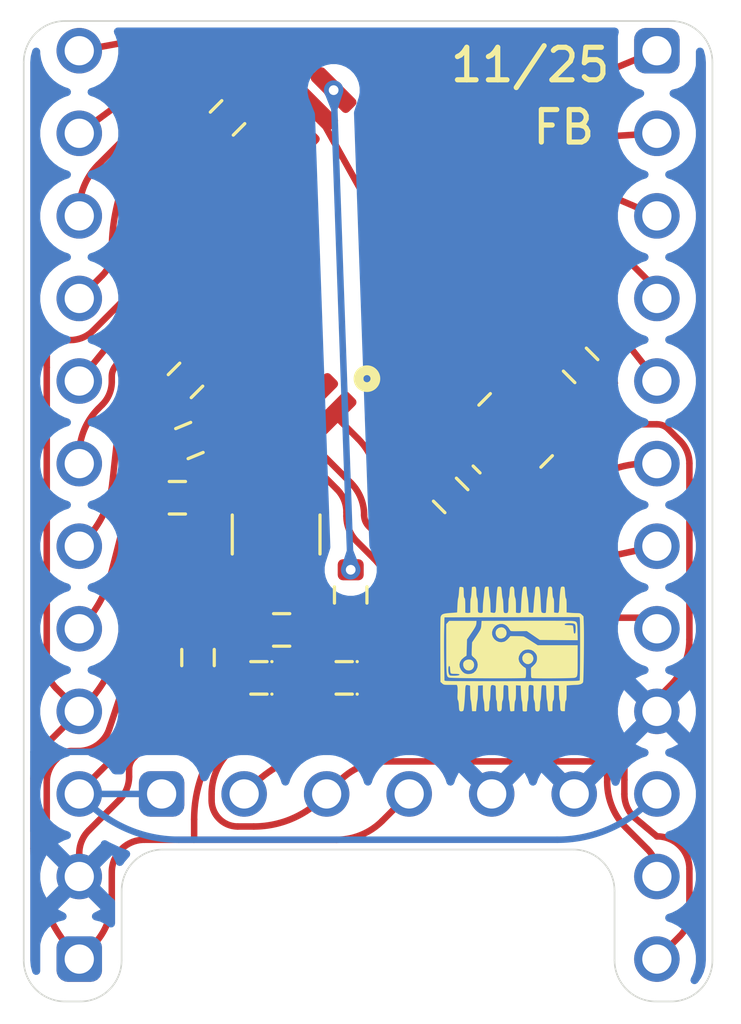
<source format=kicad_pcb>
(kicad_pcb (version 20241229) (generator "pcbnew") (generator_version "9.0")
  (layers (0 "F.Cu" signal) (2 "B.Cu" signal) (13 "F.Paste" user) (15 "B.Paste" user) (5 "F.SilkS" user "F.Silkscreen") (7 "B.SilkS" user "B.Silkscreen") (1 "F.Mask" user) (3 "B.Mask" user) (25 "Edge.Cuts" user))
  (net 0 "")
  (net 1 "GND")
  (net 2 "Net-(U1-AREF)")
  (net 3 "Net-(C4-Pad0)")
  (net 4 "RAW")
  (net 5 "Net-(D1-Pad1)")
  (net 6 "D4")
  (net 7 "D5")
  (net 8 "DTR")
  (net 9 "D8")
  (net 10 "D9")
  (net 11 "D2")
  (net 12 "D3")
  (net 13 "RXI")
  (net 14 "D7")
  (net 15 "TXO")
  (net 16 "D6")
  (net 17 "A1")
  (net 18 "A0")
  (net 19 "A2")
  (net 20 "D10")
  (net 21 "SCK")
  (net 22 "A3")
  (net 23 "MISO")
  (net 24 "MOSI")
  (net 25 "Net-(D2-Pad0)")
  (net 26 "A6")
  (net 27 "Net-(U1-XTAL2{slash}PB7)")
  (net 28 "A5")
  (net 29 "A7")
  (net 30 "A4")
  (net 31 "Net-(U1-XTAL1{slash}PB6)")
  (footprint "bootcamp_footprint:capacitor_generic_smt" (layer "F.Cu") (at 126.552082 91.738224 -45)
    (property "Reference" "C1" (hide yes))
    (property "Value" "12pF")
    (pad "1" smd roundrect (at -0.799999 0 315) (size 0.95 1) (layers "F.Cu" "F.Mask" "F.Paste") (net 27 "Net-(U1-XTAL2{slash}PB7)"))
    (pad "2" smd roundrect (at 0.799999 0 315) (size 0.95 1) (layers "F.Cu" "F.Mask" "F.Paste") (net 1 "GND"))
  )
  (footprint "bootcamp_footprint:resistor_10k_smt" (layer "F.Cu") (at 114.775 100.725 90)
    (property "Reference" "R2" (hide yes))
    (property "Value" "10K")
    (pad "1" smd roundrect (at -0.85 0 90) (size 0.9 0.8) (layers "F.Cu" "F.Mask" "F.Paste") (net 25 "Net-(D2-Pad0)"))
    (pad "2" smd roundrect (at 0.85 0 90) (size 0.9 0.8) (layers "F.Cu" "F.Mask" "F.Paste") (net 1 "GND"))
  )
  (footprint "bootcamp_footprint:connector_j6_tht" (layer "F.Cu") (at 113.655 104.92 90)
    (property "Reference" "J3" (hide yes))
    (property "Value" "~" (hide yes))
    (pad "1" thru_hole roundrect (at 0 0 180) (size 1.4 1.4) (drill 0.9) (layers "*.Cu" "*.Mask") (net 8 "DTR"))
    (pad "2" thru_hole circle (at 0 2.54 180) (size 1.4 1.4) (drill 0.9) (layers "*.Cu" "*.Mask") (net 15 "TXO"))
    (pad "3" thru_hole circle (at 0 5.08 180) (size 1.4 1.4) (drill 0.9) (layers "*.Cu" "*.Mask") (net 13 "RXI"))
    (pad "4" thru_hole circle (at 0 7.62 180) (size 1.4 1.4) (drill 0.9) (layers "*.Cu" "*.Mask") (net 4 "RAW"))
    (pad "5" thru_hole circle (at 0 10.16 180) (size 1.4 1.4) (drill 0.9) (layers "*.Cu" "*.Mask") (net 1 "GND"))
    (pad "6" thru_hole circle (at 0 12.7 180) (size 1.4 1.4) (drill 0.9) (layers "*.Cu" "*.Mask") (net 1 "GND"))
  )
  (footprint "bootcamp_footprint:resistor_330_smt" (layer "F.Cu") (at 119.475 98.8 -90)
    (property "Reference" "R1" (hide yes))
    (property "Value" "330")
    (pad "1" smd roundrect (at -0.775 0 270) (size 0.65 0.8) (layers "F.Cu" "F.Mask" "F.Paste") (net 21 "SCK"))
    (pad "2" smd roundrect (at 0.775 0 270) (size 0.65 0.8) (layers "F.Cu" "F.Mask" "F.Paste") (net 5 "Net-(D1-Pad1)"))
  )
  (footprint "bootcamp_footprint:resistor_10k_smt" (layer "F.Cu") (at 114.14 95.81)
    (property "Reference" "R3" (hide yes))
    (property "Value" "10K")
    (pad "1" smd roundrect (at -0.85 0) (size 0.9 0.8) (layers "F.Cu" "F.Mask" "F.Paste") (net 4 "RAW"))
    (pad "2" smd roundrect (at 0.85 0) (size 0.9 0.8) (layers "F.Cu" "F.Mask" "F.Paste") (net 8 "DTR"))
  )
  (footprint "bootcamp_footprint:logo" (layer "F.Cu") (at 124.5 100.5)
    (property "Reference" "11/25" (at 0.5 -18 0) (layer "F.SilkS") (effects (font (thickness 0.16))))
    (property "Value" "LOGO" (hide yes))
    (fp_text user "FB" (at 0.5 -15.5 0) (layer "F.SilkS") (effects (font (thickness 0.16)) (justify left bottom)))
  )
  (footprint "bootcamp_footprint:connector_j12_tht" (layer "F.Cu") (at 128.9 82.06)
    (property "Reference" "J1" (hide yes))
    (property "Value" "~" (hide yes))
    (pad "1" thru_hole roundrect (at 0 0 90) (size 1.4 1.4) (drill 0.9) (layers "*.Cu" "*.Mask") (net 10 "D9"))
    (pad "2" thru_hole circle (at 0 2.54 90) (size 1.4 1.4) (drill 0.9) (layers "*.Cu" "*.Mask") (net 9 "D8"))
    (pad "3" thru_hole circle (at 0 5.08 90) (size 1.4 1.4) (drill 0.9) (layers "*.Cu" "*.Mask") (net 14 "D7"))
    (pad "4" thru_hole circle (at 0 7.62 90) (size 1.4 1.4) (drill 0.9) (layers "*.Cu" "*.Mask") (net 16 "D6"))
    (pad "5" thru_hole circle (at 0 10.16 90) (size 1.4 1.4) (drill 0.9) (layers "*.Cu" "*.Mask") (net 7 "D5"))
    (pad "6" thru_hole circle (at 0 12.7 90) (size 1.4 1.4) (drill 0.9) (layers "*.Cu" "*.Mask") (net 6 "D4"))
    (pad "7" thru_hole circle (at 0 15.24 90) (size 1.4 1.4) (drill 0.9) (layers "*.Cu" "*.Mask") (net 12 "D3"))
    (pad "8" thru_hole circle (at 0 17.78 90) (size 1.4 1.4) (drill 0.9) (layers "*.Cu" "*.Mask") (net 11 "D2"))
    (pad "9" thru_hole circle (at 0 20.32 90) (size 1.4 1.4) (drill 0.9) (layers "*.Cu" "*.Mask") (net 1 "GND"))
    (pad "10" thru_hole circle (at 0 22.86 90) (size 1.4 1.4) (drill 0.9) (layers "*.Cu" "*.Mask") (net 8 "DTR"))
    (pad "11" thru_hole circle (at 0 25.4 90) (size 1.4 1.4) (drill 0.9) (layers "*.Cu" "*.Mask") (net 13 "RXI"))
    (pad "12" thru_hole circle (at 0 27.94 90) (size 1.4 1.4) (drill 0.9) (layers "*.Cu" "*.Mask") (net 15 "TXO"))
  )
  (footprint "bootcamp_footprint:oscillator_16MHz_smt" (layer "F.Cu") (at 124.552082 93.738224 45)
    (property "Reference" "Y1" (hide yes))
    (property "Value" "16MHz")
    (pad "1" smd roundrect (at -1.1 0.85 45) (size 1.4 1.2) (layers "F.Cu" "F.Mask" "F.Paste") (net 31 "Net-(U1-XTAL1{slash}PB6)"))
    (pad "2" smd roundrect (at 1.1 0.85 45) (size 1.4 1.2) (layers "F.Cu" "F.Mask" "F.Paste") (net 1 "GND"))
    (pad "3" smd roundrect (at 1.1 -0.85 45) (size 1.4 1.2) (layers "F.Cu" "F.Mask" "F.Paste") (net 27 "Net-(U1-XTAL2{slash}PB7)"))
    (pad "4" smd roundrect (at -1.1 -0.85 45) (size 1.4 1.2) (layers "F.Cu" "F.Mask" "F.Paste") (net 1 "GND"))
  )
  (footprint "bootcamp_footprint:capacitor_generic_smt" (layer "F.Cu") (at 115.684315 84.125685 -135)
    (property "Reference" "C3" (hide yes))
    (property "Value" "100nF")
    (pad "1" smd roundrect (at -0.799999 0 225) (size 0.95 1) (layers "F.Cu" "F.Mask" "F.Paste") (net 4 "RAW"))
    (pad "2" smd roundrect (at 0.799999 0 225) (size 0.95 1) (layers "F.Cu" "F.Mask" "F.Paste") (net 2 "Net-(U1-AREF)"))
  )
  (footprint "bootcamp_footprint:capacitor_generic_smt" (layer "F.Cu") (at 122.552082 95.738224 135)
    (property "Reference" "C2" (hide yes))
    (property "Value" "12pF")
    (pad "1" smd roundrect (at -0.799999 0 135) (size 0.95 1) (layers "F.Cu" "F.Mask" "F.Paste") (net 31 "Net-(U1-XTAL1{slash}PB6)"))
    (pad "2" smd roundrect (at 0.799999 0 135) (size 0.95 1) (layers "F.Cu" "F.Mask" "F.Paste") (net 1 "GND"))
  )
  (footprint "bootcamp_footprint:capacitor_generic_smt" (layer "F.Cu") (at 114.39 92.2 -135)
    (property "Reference" "C7" (hide yes))
    (property "Value" "100nF")
    (pad "1" smd roundrect (at -0.799999 0 225) (size 0.95 1) (layers "F.Cu" "F.Mask" "F.Paste") (net 1 "GND"))
    (pad "2" smd roundrect (at 0.799999 0 225) (size 0.95 1) (layers "F.Cu" "F.Mask" "F.Paste") (net 4 "RAW"))
  )
  (footprint "bootcamp_footprint:led_red_smt" (layer "F.Cu") (at 116.65 101.35 180)
    (property "Reference" "D2" (hide yes))
    (property "Value" "Red")
    (pad "1" smd roundrect (at -0.7 0 180) (size 0.7 0.8) (layers "F.Cu" "F.Mask" "F.Paste") (net 4 "RAW"))
    (pad "2" smd roundrect (at 0.7 0 180) (size 0.7 0.8) (layers "F.Cu" "F.Mask" "F.Paste") (net 25 "Net-(D2-Pad0)"))
  )
  (footprint "bootcamp_footprint:connector_j12_tht" (layer "F.Cu") (at 111.12 110 180)
    (property "Reference" "J2" (hide yes))
    (property "Value" "~" (hide yes))
    (pad "1" thru_hole roundrect (at 0 0 270) (size 1.4 1.4) (drill 0.9) (layers "*.Cu" "*.Mask") (net 4 "RAW"))
    (pad "2" thru_hole circle (at 0 2.54 270) (size 1.4 1.4) (drill 0.9) (layers "*.Cu" "*.Mask") (net 1 "GND"))
    (pad "3" thru_hole circle (at 0 5.08 270) (size 1.4 1.4) (drill 0.9) (layers "*.Cu" "*.Mask") (net 8 "DTR"))
    (pad "4" thru_hole circle (at 0 7.62 270) (size 1.4 1.4) (drill 0.9) (layers "*.Cu" "*.Mask") (net 4 "RAW"))
    (pad "5" thru_hole circle (at 0 10.16 270) (size 1.4 1.4) (drill 0.9) (layers "*.Cu" "*.Mask") (net 22 "A3"))
    (pad "6" thru_hole circle (at 0 12.7 270) (size 1.4 1.4) (drill 0.9) (layers "*.Cu" "*.Mask") (net 19 "A2"))
    (pad "7" thru_hole circle (at 0 15.24 270) (size 1.4 1.4) (drill 0.9) (layers "*.Cu" "*.Mask") (net 17 "A1"))
    (pad "8" thru_hole circle (at 0 17.78 270) (size 1.4 1.4) (drill 0.9) (layers "*.Cu" "*.Mask") (net 18 "A0"))
    (pad "9" thru_hole circle (at 0 20.32 270) (size 1.4 1.4) (drill 0.9) (layers "*.Cu" "*.Mask") (net 21 "SCK"))
    (pad "10" thru_hole circle (at 0 22.86 270) (size 1.4 1.4) (drill 0.9) (layers "*.Cu" "*.Mask") (net 23 "MISO"))
    (pad "11" thru_hole circle (at 0 25.4 270) (size 1.4 1.4) (drill 0.9) (layers "*.Cu" "*.Mask") (net 24 "MOSI"))
    (pad "12" thru_hole circle (at 0 27.94 270) (size 1.4 1.4) (drill 0.9) (layers "*.Cu" "*.Mask") (net 20 "D10"))
  )
  (footprint "bootcamp_footprint:capacitor_generic_smt" (layer "F.Cu") (at 117.35 99.875)
    (property "Reference" "C4" (hide yes))
    (property "Value" "100nF")
    (pad "1" smd roundrect (at -0.8 0) (size 0.95 1) (layers "F.Cu" "F.Mask" "F.Paste") (net 1 "GND"))
    (pad "2" smd roundrect (at 0.8 0) (size 0.95 1) (layers "F.Cu" "F.Mask" "F.Paste") (net 3 "Net-(C4-Pad0)"))
  )
  (footprint "bootcamp_footprint:capacitor_generic_smt" (layer "F.Cu") (at 114.51 94.05 -157.5)
    (property "Reference" "C6" (hide yes))
    (property "Value" "1uF")
    (pad "1" smd roundrect (at -0.8 0 202.5) (size 0.95 1) (layers "F.Cu" "F.Mask" "F.Paste") (net 1 "GND"))
    (pad "2" smd roundrect (at 0.8 0 202.5) (size 0.95 1) (layers "F.Cu" "F.Mask" "F.Paste") (net 4 "RAW"))
  )
  (footprint "bootcamp_footprint:chip_atmega328p_smt" (layer "F.Cu") (at 119.975305 88.258224 135)
    (property "Reference" "U1" (hide yes))
    (property "Value" "ATmega328P-A")
    (pad "1" smd roundrect (at -4.25 -2.8 135) (size 1.6 0.55) (layers "F.Cu" "F.Mask" "F.Paste") (net 12 "D3"))
    (pad "2" smd roundrect (at -4.25 -2 135) (size 1.6 0.55) (layers "F.Cu" "F.Mask" "F.Paste") (net 6 "D4"))
    (pad "3" smd roundrect (at -4.25 -1.2 135) (size 1.6 0.55) (layers "F.Cu" "F.Mask" "F.Paste") (net 1 "GND"))
    (pad "4" smd roundrect (at -4.25 -0.4 135) (size 1.6 0.55) (layers "F.Cu" "F.Mask" "F.Paste") (net 4 "RAW"))
    (pad "5" smd roundrect (at -4.25 0.4 135) (size 1.6 0.55) (layers "F.Cu" "F.Mask" "F.Paste"))
    (pad "6" smd roundrect (at -4.25 1.2 135) (size 1.6 0.55) (layers "F.Cu" "F.Mask" "F.Paste"))
    (pad "7" smd roundrect (at -4.25 2 135) (size 1.6 0.55) (layers "F.Cu" "F.Mask" "F.Paste") (net 31 "Net-(U1-XTAL1{slash}PB6)"))
    (pad "8" smd roundrect (at -4.25 2.8 135) (size 1.6 0.55) (layers "F.Cu" "F.Mask" "F.Paste") (net 27 "Net-(U1-XTAL2{slash}PB7)"))
    (pad "9" smd roundrect (at -2.8 4.25 225) (size 1.6 0.55) (layers "F.Cu" "F.Mask" "F.Paste") (net 7 "D5"))
    (pad "10" smd roundrect (at -2 4.25 225) (size 1.6 0.55) (layers "F.Cu" "F.Mask" "F.Paste") (net 16 "D6"))
    (pad "11" smd roundrect (at -1.2 4.25 225) (size 1.6 0.55) (layers "F.Cu" "F.Mask" "F.Paste") (net 14 "D7"))
    (pad "12" smd roundrect (at -0.4 4.25 225) (size 1.6 0.55) (layers "F.Cu" "F.Mask" "F.Paste") (net 9 "D8"))
    (pad "13" smd roundrect (at 0.4 4.25 225) (size 1.6 0.55) (layers "F.Cu" "F.Mask" "F.Paste") (net 10 "D9"))
    (pad "14" smd roundrect (at 1.2 4.25 225) (size 1.6 0.55) (layers "F.Cu" "F.Mask" "F.Paste") (net 20 "D10"))
    (pad "15" smd roundrect (at 2 4.25 225) (size 1.6 0.55) (layers "F.Cu" "F.Mask" "F.Paste") (net 24 "MOSI"))
    (pad "16" smd roundrect (at 2.8 4.25 225) (size 1.6 0.55) (layers "F.Cu" "F.Mask" "F.Paste") (net 23 "MISO"))
    (pad "17" smd roundrect (at 4.25 2.8 135) (size 1.6 0.55) (layers "F.Cu" "F.Mask" "F.Paste") (net 21 "SCK"))
    (pad "18" smd roundrect (at 4.25 2 135) (size 1.6 0.55) (layers "F.Cu" "F.Mask" "F.Paste") (net 4 "RAW"))
    (pad "19" smd roundrect (at 4.25 1.2 135) (size 1.6 0.55) (layers "F.Cu" "F.Mask" "F.Paste") (net 26 "A6"))
    (pad "20" smd roundrect (at 4.25 0.4 135) (size 1.6 0.55) (layers "F.Cu" "F.Mask" "F.Paste") (net 2 "Net-(U1-AREF)"))
    (pad "21" smd roundrect (at 4.25 -0.4 135) (size 1.6 0.55) (layers "F.Cu" "F.Mask" "F.Paste"))
    (pad "22" smd roundrect (at 4.25 -1.2 135) (size 1.6 0.55) (layers "F.Cu" "F.Mask" "F.Paste") (net 29 "A7"))
    (pad "23" smd roundrect (at 4.25 -2 135) (size 1.6 0.55) (layers "F.Cu" "F.Mask" "F.Paste") (net 18 "A0"))
    (pad "24" smd roundrect (at 4.25 -2.8 135) (size 1.6 0.55) (layers "F.Cu" "F.Mask" "F.Paste") (net 17 "A1"))
    (pad "25" smd roundrect (at 2.8 -4.25 225) (size 1.6 0.55) (layers "F.Cu" "F.Mask" "F.Paste") (net 19 "A2"))
    (pad "26" smd roundrect (at 2 -4.25 225) (size 1.6 0.55) (layers "F.Cu" "F.Mask" "F.Paste") (net 22 "A3"))
    (pad "27" smd roundrect (at 1.2 -4.25 225) (size 1.6 0.55) (layers "F.Cu" "F.Mask" "F.Paste") (net 30 "A4"))
    (pad "28" smd roundrect (at 0.4 -4.25 225) (size 1.6 0.55) (layers "F.Cu" "F.Mask" "F.Paste") (net 28 "A5"))
    (pad "29" smd roundrect (at -0.4 -4.25 225) (size 1.6 0.55) (layers "F.Cu" "F.Mask" "F.Paste") (net 8 "DTR"))
    (pad "30" smd roundrect (at -1.2 -4.25 225) (size 1.6 0.55) (layers "F.Cu" "F.Mask" "F.Paste") (net 13 "RXI"))
    (pad "31" smd roundrect (at -2 -4.25 225) (size 1.6 0.55) (layers "F.Cu" "F.Mask" "F.Paste") (net 15 "TXO"))
    (pad "32" smd roundrect (at -2.8 -4.25 225) (size 1.6 0.55) (layers "F.Cu" "F.Mask" "F.Paste") (net 11 "D2"))
  )
  (footprint "bootcamp_footprint:led_green_smt" (layer "F.Cu") (at 119.275 101.35 180)
    (property "Reference" "D1" (hide yes))
    (property "Value" "Green")
    (pad "1" smd roundrect (at -0.8 0 180) (size 0.8 0.8) (layers "F.Cu" "F.Mask" "F.Paste") (net 5 "Net-(D1-Pad1)"))
    (pad "2" smd roundrect (at 0.8 0 180) (size 0.8 0.8) (layers "F.Cu" "F.Mask" "F.Paste") (net 1 "GND"))
  )
  (footprint "bootcamp_footprint:button_push_smt" (layer "F.Cu") (at 117.18 96.94 90)
    (property "Reference" "SW1" (hide yes))
    (property "Value" "SW_Push")
    (pad "1" smd roundrect (at -1.7 0 90) (size 0.8 1.7) (layers "F.Cu" "F.Mask" "F.Paste") (net 3 "Net-(C4-Pad0)"))
    (pad "2" smd roundrect (at 1.7 0 90) (size 0.8 1.7) (layers "F.Cu" "F.Mask" "F.Paste") (net 8 "DTR"))
  )
  (gr_arc (start 110.68 111.3036) (mid 109.781974 110.931626) (end 109.41 110.0336) (stroke (width 0.05)) (layer "Edge.Cuts"))
  (gr_arc (start 129.34 81.1468) (mid 130.238026 81.518774) (end 130.61 82.4168) (stroke (width 0.05)) (layer "Edge.Cuts"))
  (gr_line (start 112.4236 107.9) (end 112.4236 110.0336) (stroke (width 0.05)) (layer "Edge.Cuts"))
  (gr_line (start 109.41 110.0336) (end 109.41 82.4168) (stroke (width 0.05)) (layer "Edge.Cuts"))
  (gr_arc (start 126.3264 106.63) (mid 127.224426 107.001974) (end 127.5964 107.9) (stroke (width 0.05)) (layer "Edge.Cuts"))
  (gr_arc (start 112.4236 110.0336) (mid 112.051626 110.931626) (end 111.1536 111.3036) (stroke (width 0.05)) (layer "Edge.Cuts"))
  (gr_arc (start 130.61 110.0336) (mid 130.238026 110.931626) (end 129.34 111.3036) (stroke (width 0.05)) (layer "Edge.Cuts"))
  (gr_arc (start 128.8664 111.3036) (mid 127.968374 110.931626) (end 127.5964 110.0336) (stroke (width 0.05)) (layer "Edge.Cuts"))
  (gr_line (start 129.34 111.3036) (end 128.8664 111.3036) (stroke (width 0.05)) (layer "Edge.Cuts"))
  (gr_arc (start 109.41 82.4168) (mid 109.781974 81.518774) (end 110.68 81.1468) (stroke (width 0.05)) (layer "Edge.Cuts"))
  (gr_line (start 126.3264 106.63) (end 113.6936 106.63) (stroke (width 0.05)) (layer "Edge.Cuts"))
  (gr_line (start 111.1536 111.3036) (end 110.68 111.3036) (stroke (width 0.05)) (layer "Edge.Cuts"))
  (gr_arc (start 112.4236 107.9) (mid 112.795574 107.001974) (end 113.6936 106.63) (stroke (width 0.05)) (layer "Edge.Cuts"))
  (gr_line (start 127.5964 110.0336) (end 127.5964 107.9) (stroke (width 0.05)) (layer "Edge.Cuts"))
  (gr_line (start 130.61 82.4168) (end 130.61 110.0336) (stroke (width 0.05)) (layer "Edge.Cuts"))
  (gr_line (start 110.68 81.1468) (end 129.34 81.1468) (stroke (width 0.05)) (layer "Edge.Cuts"))
  (segment (start 129.901 94.753729) (end 129.901 100.170573) (width 0.2) (layer "F.Cu") (net 1))
  (segment (start 123.858873 96.907722) (end 125.299598 95.466997) (width 0.2) (layer "F.Cu") (net 1))
  (segment (start 111.12 107.46) (end 110.411893 106.751893) (width 0.2) (layer "F.Cu") (net 1))
  (segment (start 110.877107 103.6) (end 111.095554 103.6) (width 0.2) (layer "F.Cu") (net 1))
  (segment (start 112.800447 103.806653) (end 113.781107 102.825993) (width 0.2) (layer "F.Cu") (net 1))
  (segment (start 129.252075 93.696447) (end 129.612248 94.05662) (width 0.2) (layer "F.Cu") (net 1))
  (segment (start 111.12 107.46) (end 111.12 106.749842) (width 0.2) (layer "F.Cu") (net 1))
  (segment (start 121.986397 95.172539) (end 121.986397 95.827897) (width 0.2) (layer "F.Cu") (net 1))
  (segment (start 128.9 102.207107) (end 128.9 102.38) (width 0.2) (layer "F.Cu") (net 1))
  (segment (start 123.088794 97.200615) (end 123.151766 97.200615) (width 0.2) (layer "F.Cu") (net 1))
  (segment (start 110.119 106.044786) (end 110.119 104.565214) (width 0.2) (layer "F.Cu") (net 1))
  (segment (start 112.043857 102.917365) (end 114.173303 96.554472) (width 0.2) (layer "F.Cu") (net 1))
  (segment (start 114.955685 93.402865) (end 115.16282 93.61) (width 0.2) (layer "F.Cu") (net 1))
  (segment (start 110.411893 103.858107) (end 110.523554 103.746446) (width 0.2) (layer "F.Cu") (net 1))
  (segment (start 114.775 99.875) (end 116.55 99.875) (width 0.2) (layer "F.Cu") (net 1))
  (segment (start 123.173224 93.985712) (end 121.986397 95.172539) (width 0.2) (layer "F.Cu") (net 1))
  (segment (start 114.074 102.118886) (end 114.074 100.990214) (width 0.2) (layer "F.Cu") (net 1))
  (segment (start 125.942387 93.55) (end 128.898521 93.55) (width 0.2) (layer "F.Cu") (net 1))
  (segment (start 125.93094 93.561447) (end 125.942387 93.55) (width 0.2) (layer "F.Cu") (net 1))
  (segment (start 118.475 101.35) (end 118.409072 101.218144) (width 0.2) (layer "F.Cu") (net 1))
  (segment (start 115.249104 93.743853) (end 114.372933 95.170124) (width 0.2) (layer "F.Cu") (net 1))
  (segment (start 122.323989 96.642917) (end 122.735241 97.054169) (width 0.2) (layer "F.Cu") (net 1))
  (segment (start 123.173224 93.915001) (end 122.131981 92.111956) (width 0.2) (layer "F.Cu") (net 1))
  (segment (start 114.366893 100.283107) (end 114.775 99.875) (width 0.2) (layer "F.Cu") (net 1))
  (segment (start 112.654 104.387414) (end 112.654 104.160207) (width 0.2) (layer "F.Cu") (net 1))
  (segment (start 116.567842 99.893891) (end 116.55 99.875) (width 0.2) (layer "F.Cu") (net 1))
  (segment (start 125.93094 93.490736) (end 127.117767 92.303909) (width 0.2) (layer "F.Cu") (net 1))
  (segment (start 125.5 94.438168) (end 125.5 94.406601) (width 0.2) (layer "F.Cu") (net 1))
  (segment (start 125.792893 93.699494) (end 125.93094 93.561447) (width 0.2) (layer "F.Cu") (net 1))
  (segment (start 125.93094 93.561447) (end 125.93094 93.490736) (width 0.2) (layer "F.Cu") (net 1))
  (segment (start 115.249104 93.743853) (end 115.249103 93.743853) (width 0.2) (layer "F.Cu") (net 1))
  (segment (start 125.5 94.438168) (end 125.500009 94.983152) (width 0.2) (layer "F.Cu") (net 1))
  (segment (start 114.225 95.693557) (end 114.225 96.237107) (width 0.2) (layer "F.Cu") (net 1))
  (segment (start 114.955685 91.634315) (end 115.249104 93.743853) (width 0.2) (layer "F.Cu") (net 1))
  (segment (start 117.925753 100.753771) (end 117.515558 100.568781) (width 0.2) (layer "F.Cu") (net 1))
  (segment (start 111.412893 106.042735) (end 112.361107 105.094521) (width 0.2) (layer "F.Cu") (net 1))
  (segment (start 129.315213 101.584787) (end 129.046446 101.853554) (width 0.2) (layer "F.Cu") (net 1))
  (arc (start 128.9 102.207107) (mid 128.93806 102.015766) (end 129.046446 101.853554) (width 0.2) (layer "F.Cu") (net 1))
  (arc (start 117.515558 100.568781) (mid 117.008669 100.277719) (end 116.567842 99.893891) (width 0.2) (layer "F.Cu") (net 1))
  (arc (start 114.173303 96.554472) (mid 114.211991 96.397881) (end 114.225 96.237107) (width 0.2) (layer "F.Cu") (net 1))
  (arc (start 112.800447 103.806653) (mid 112.69206 103.968865) (end 112.654 104.160207) (width 0.2) (layer "F.Cu") (net 1))
  (arc (start 110.877107 103.6) (mid 110.685766 103.63806) (end 110.523554 103.746446) (width 0.2) (layer "F.Cu") (net 1))
  (arc (start 123.088794 97.200615) (mid 122.897453 97.162555) (end 122.735241 97.054169) (width 0.2) (layer "F.Cu") (net 1))
  (arc (start 111.412893 106.042735) (mid 111.19612 106.367158) (end 111.12 106.749842) (width 0.2) (layer "F.Cu") (net 1))
  (arc (start 112.361107 105.094521) (mid 112.57788 104.770098) (end 112.654 104.387414) (width 0.2) (layer "F.Cu") (net 1))
  (arc (start 125.500009 94.983152) (mid 125.447926 95.245007) (end 125.299598 95.466997) (width 0.2) (layer "F.Cu") (net 1))
  (arc (start 118.409072 101.218144) (mid 118.207477 100.944258) (end 117.925753 100.753771) (width 0.2) (layer "F.Cu") (net 1))
  (arc (start 123.858873 96.907722) (mid 123.53445 97.124495) (end 123.151766 97.200615) (width 0.2) (layer "F.Cu") (net 1))
  (arc (start 110.411893 106.751893) (mid 110.19512 106.42747) (end 110.119 106.044786) (width 0.2) (layer "F.Cu") (net 1))
  (arc (start 112.043857 102.917365) (mid 111.679778 103.411592) (end 111.095554 103.6) (width 0.2) (layer "F.Cu") (net 1))
  (arc (start 114.074 100.990214) (mid 114.15012 100.607531) (end 114.366893 100.283107) (width 0.2) (layer "F.Cu") (net 1))
  (arc (start 125.792893 93.699494) (mid 125.57612 94.023917) (end 125.5 94.406601) (width 0.2) (layer "F.Cu") (net 1))
  (arc (start 129.901 100.170573) (mid 129.748759 100.93594) (end 129.315213 101.584787) (width 0.2) (layer "F.Cu") (net 1))
  (arc (start 129.252075 93.696447) (mid 129.089863 93.58806) (end 128.898521 93.55) (width 0.2) (layer "F.Cu") (net 1))
  (arc (start 129.901 94.753729) (mid 129.825956 94.376456) (end 129.612248 94.05662) (width 0.2) (layer "F.Cu") (net 1))
  (arc (start 114.074 102.118886) (mid 113.99788 102.501569) (end 113.781107 102.825993) (width 0.2) (layer "F.Cu") (net 1))
  (arc (start 114.372933 95.170124) (mid 114.262694 95.421589) (end 114.225 95.693557) (width 0.2) (layer "F.Cu") (net 1))
  (arc (start 110.119 104.565214) (mid 110.19512 104.182531) (end 110.411893 103.858107) (width 0.2) (layer "F.Cu") (net 1))
  (arc (start 122.323989 96.642917) (mid 122.074134 96.268983) (end 121.986397 95.827897) (width 0.2) (layer "F.Cu") (net 1))
  (segment (start 109.711 106.061) (end 109.711 103.625) (width 0.2) (layer "B.Cu") (net 1))
  (segment (start 110.119 106.459) (end 110.109 106.459) (width 0.2) (layer "B.Cu") (net 1))
  (segment (start 111.12 107.46) (end 110.119 106.459) (width 0.2) (layer "B.Cu") (net 1))
  (segment (start 110.109 106.459) (end 109.711 106.061) (width 0.2) (layer "B.Cu") (net 1))
  (segment (start 109.711 103.625) (end 127.655 103.625) (width 0.2) (layer "B.Cu") (net 1))
  (segment (start 127.655 103.625) (end 128.9 102.38) (width 0.2) (layer "B.Cu") (net 1))
  (segment (start 116.811751 84.528984) (end 117.252944 84.970177) (width 0.2) (layer "F.Cu") (net 2))
  (segment (start 115.11863 84.69137) (end 115.281016 84.528984) (width 0.2) (layer "F.Cu") (net 2))
  (segment (start 115.281016 84.528984) (end 116.811751 84.528984) (width 0.2) (layer "F.Cu") (net 2))
  (segment (start 118.15 99.875) (end 117.18 98.64) (width 0.2) (layer "F.Cu") (net 3))
  (segment (start 116.742819 98.640001) (end 117.18 98.640001) (width 0.2) (layer "F.Cu") (net 3))
  (segment (start 111.12 102.38) (end 111.286399 102.213601) (width 0.2) (layer "F.Cu") (net 4))
  (segment (start 118.384315 83.838807) (end 122.697666 91.546271) (width 0.2) (layer "F.Cu") (net 4))
  (segment (start 116.25 83.56) (end 116.002136 83.504231) (width 0.2) (layer "F.Cu") (net 4))
  (segment (start 111.12 102.38) (end 110.181517 103.318483) (width 0.2) (layer "F.Cu") (net 4))
  (segment (start 111.12 110) (end 111.535214 109.584786) (width 0.2) (layer "F.Cu") (net 4))
  (segment (start 114.246115 84.465803) (end 112.596464 89.46784) (width 0.2) (layer "F.Cu") (net 4))
  (segment (start 117.626338 83.397613) (end 117.628725 83.4) (width 0.2) (layer "F.Cu") (net 4))
  (segment (start 115.328437 83.588934) (end 114.741614 83.888099) (width 0.2) (layer "F.Cu") (net 4))
  (segment (start 117.628725 83.4) (end 117.945508 83.4) (width 0.2) (layer "F.Cu") (net 4))
  (segment (start 110.119 91.805372) (end 110.119 100.964786) (width 0.2) (layer "F.Cu") (net 4))
  (segment (start 110.841414 90.96) (end 110.62 90.96) (width 0.2) (layer "F.Cu") (net 4))
  (segment (start 117.266071 83.4) (end 117.268458 83.397613) (width 0.2) (layer "F.Cu") (net 4))
  (segment (start 116.25 83.56) (end 116.41 83.4) (width 0.2) (layer "F.Cu") (net 4))
  (segment (start 117.945508 83.4) (end 118.384315 83.838807) (width 0.2) (layer "F.Cu") (net 4))
  (segment (start 110.411893 101.671893) (end 111.12 102.38) (width 0.2) (layer "F.Cu") (net 4))
  (segment (start 117.35 101.35) (end 115.827573 102.872427) (width 0.2) (layer "F.Cu") (net 4))
  (segment (start 113.770896 94.356147) (end 113.770897 94.356147) (width 0.2) (layer "F.Cu") (net 4))
  (segment (start 113.121 106.33) (end 114.65 106.33) (width 0.2) (layer "F.Cu") (net 4))
  (segment (start 117.268458 83.397613) (end 117.626338 83.397613) (width 0.2) (layer "F.Cu") (net 4))
  (segment (start 120.450787 105.744213) (end 121.275 104.92) (width 0.2) (layer "F.Cu") (net 4))
  (segment (start 112.353884 89.861744) (end 111.548521 90.667107) (width 0.2) (layer "F.Cu") (net 4))
  (segment (start 110.12 91.46) (end 110.12 91.804372) (width 0.2) (layer "F.Cu") (net 4))
  (segment (start 110.12 91.804372) (end 110.119 91.805372) (width 0.2) (layer "F.Cu") (net 4))
  (segment (start 116.41 83.4) (end 117.266071 83.4) (width 0.2) (layer "F.Cu") (net 4))
  (segment (start 113.770897 94.356147) (end 113.824315 92.765685) (width 0.2) (layer "F.Cu") (net 4))
  (segment (start 112.373659 100.202116) (end 113.29 95.81) (width 0.2) (layer "F.Cu") (net 4))
  (segment (start 113.29 95.81) (end 113.770896 94.356147) (width 0.2) (layer "F.Cu") (net 4))
  (segment (start 114.65 106.33) (end 119.036573 106.33) (width 0.2) (layer "F.Cu") (net 4))
  (segment (start 114.656 105.700854) (end 114.656 106.324) (width 0.2) (layer "F.Cu") (net 4))
  (segment (start 112.121 108.170573) (end 112.121 107.33) (width 0.2) (layer "F.Cu") (net 4))
  (segment (start 109.711 104.454412) (end 109.711 106.598435) (width 0.2) (layer "F.Cu") (net 4))
  (arc (start 112.373659 100.202116) (mid 111.976819 101.287202) (end 111.286399 102.213601) (width 0.2) (layer "F.Cu") (net 4))
  (arc (start 112.121 107.33) (mid 112.413893 106.622893) (end 113.121 106.33) (width 0.2) (layer "F.Cu") (net 4))
  (arc (start 110.411893 101.671893) (mid 110.19512 101.34747) (end 110.119 100.964786) (width 0.2) (layer "F.Cu") (net 4))
  (arc (start 111.535214 109.584786) (mid 111.968759 108.93594) (end 112.121 108.170573) (width 0.2) (layer "F.Cu") (net 4))
  (arc (start 114.246115 84.465803) (mid 114.436755 84.127968) (end 114.741614 83.888099) (width 0.2) (layer "F.Cu") (net 4))
  (arc (start 120.450787 105.744213) (mid 119.80194 106.177759) (end 119.036573 106.33) (width 0.2) (layer "F.Cu") (net 4))
  (arc (start 110.841414 90.96) (mid 111.224097 90.88388) (end 111.548521 90.667107) (width 0.2) (layer "F.Cu") (net 4))
  (arc (start 114.656 105.700854) (mid 114.960482 104.17012) (end 115.827573 102.872427) (width 0.2) (layer "F.Cu") (net 4))
  (arc (start 110.12 91.46) (mid 110.266447 91.106447) (end 110.62 90.96) (width 0.2) (layer "F.Cu") (net 4))
  (arc (start 110.181517 103.318483) (mid 109.833283 103.839652) (end 109.711 104.454412) (width 0.2) (layer "F.Cu") (net 4))
  (arc (start 112.596464 89.46784) (mid 112.498265 89.679012) (end 112.353884 89.861744) (width 0.2) (layer "F.Cu") (net 4))
  (arc (start 115.328437 83.588934) (mid 115.657877 83.487652) (end 116.002136 83.504231) (width 0.2) (layer "F.Cu") (net 4))
  (arc (start 111.12 110) (mid 110.077176 108.439325) (end 109.711 106.598435) (width 0.2) (layer "F.Cu") (net 4))
  (segment (start 119.525 99.625) (end 119.475 99.575) (width 0.2) (layer "F.Cu") (net 5))
  (segment (start 119.475 99.575) (end 120.075 101.35) (width 0.2) (layer "F.Cu") (net 5))
  (segment (start 122.816531 97.601615) (end 122.816978 97.601168) (width 0.2) (layer "F.Cu") (net 6))
  (segment (start 122.816978 97.601168) (end 123.696095 97.601168) (width 0.2) (layer "F.Cu") (net 6))
  (segment (start 121.585397 96.318539) (end 121.585397 96.388582) (width 0.2) (layer "F.Cu") (net 6))
  (segment (start 121.14827 95.467198) (end 121.292504 95.611432) (width 0.2) (layer "F.Cu") (net 6))
  (segment (start 125.022635 97.052365) (end 126.436321 95.638679) (width 0.2) (layer "F.Cu") (net 6))
  (segment (start 121.089691 95.224523) (end 121.089691 95.325776) (width 0.2) (layer "F.Cu") (net 6))
  (segment (start 122.075833 93.601393) (end 122.075833 93.61706) (width 0.2) (layer "F.Cu") (net 6))
  (segment (start 122.79843 97.601615) (end 122.816531 97.601615) (width 0.2) (layer "F.Cu") (net 6))
  (segment (start 121.643976 96.530004) (end 122.657009 97.543037) (width 0.2) (layer "F.Cu") (net 6))
  (segment (start 123.696095 97.601168) (end 123.696557 97.60163) (width 0.2) (layer "F.Cu") (net 6))
  (segment (start 128.557641 94.76) (end 128.9 94.76) (width 0.2) (layer "F.Cu") (net 6))
  (segment (start 121.929386 93.970614) (end 121.382584 94.517416) (width 0.2) (layer "F.Cu") (net 6))
  (segment (start 121.566295 92.677641) (end 121.78294 92.894286) (width 0.2) (layer "F.Cu") (net 6))
  (arc (start 121.78294 92.894286) (mid 121.999713 93.21871) (end 122.075833 93.601393) (width 0.2) (layer "F.Cu") (net 6))
  (arc (start 121.382584 94.517416) (mid 121.165811 94.84184) (end 121.089691 95.224523) (width 0.2) (layer "F.Cu") (net 6))
  (arc (start 121.585397 96.388582) (mid 121.600621 96.465119) (end 121.643976 96.530004) (width 0.2) (layer "F.Cu") (net 6))
  (arc (start 121.292504 95.611432) (mid 121.509277 95.935856) (end 121.585397 96.318539) (width 0.2) (layer "F.Cu") (net 6))
  (arc (start 126.436321 95.638679) (mid 127.409591 94.988361) (end 128.557641 94.76) (width 0.2) (layer "F.Cu") (net 6))
  (arc (start 121.089691 95.325776) (mid 121.104915 95.402313) (end 121.14827 95.467198) (width 0.2) (layer "F.Cu") (net 6))
  (arc (start 122.075833 93.61706) (mid 122.037773 93.808402) (end 121.929386 93.970614) (width 0.2) (layer "F.Cu") (net 6))
  (arc (start 123.696557 97.60163) (mid 124.414225 97.458888) (end 125.022635 97.052365) (width 0.2) (layer "F.Cu") (net 6))
  (arc (start 122.657009 97.543037) (mid 122.721894 97.586391) (end 122.79843 97.601615) (width 0.2) (layer "F.Cu") (net 6))
  (segment (start 124.960408 87.232919) (end 128.9 92.22) (width 0.2) (layer "F.Cu") (net 7))
  (segment (start 116.8 91.999215) (end 116.8 94.86) (width 0.2) (layer "F.Cu") (net 8))
  (segment (start 114.47868 98.92132) (end 114.697107 98.702893) (width 0.2) (layer "F.Cu") (net 8))
  (segment (start 117.252944 91.546271) (end 116.8 91.999215) (width 0.2) (layer "F.Cu") (net 8))
  (segment (start 113.6 101.139861) (end 113.6 101.042641) (width 0.2) (layer "F.Cu") (net 8))
  (segment (start 111.12 104.862502) (end 112.721321 103.261181) (width 0.2) (layer "F.Cu") (net 8))
  (segment (start 114.99 97.995786) (end 114.99 95.81) (width 0.2) (layer "F.Cu") (net 8))
  (segment (start 111.12 104.92) (end 111.12 104.862502) (width 0.2) (layer "F.Cu") (net 8))
  (segment (start 116.8 94.86) (end 117.18 95.24) (width 0.2) (layer "F.Cu") (net 8))
  (segment (start 117.18 95.24) (end 114.99 95.81) (width 0.2) (layer "F.Cu") (net 8))
  (arc (start 114.47868 98.92132) (mid 113.828361 99.89459) (end 113.6 101.042641) (width 0.2) (layer "F.Cu") (net 8))
  (arc (start 113.6 101.139861) (mid 113.371639 102.287911) (end 112.721321 103.261181) (width 0.2) (layer "F.Cu") (net 8))
  (arc (start 114.697107 98.702893) (mid 114.91388 98.37847) (end 114.99 97.995786) (width 0.2) (layer "F.Cu") (net 8))
  (segment (start 125.834146 106.329) (end 114.185854 106.329) (width 0.2) (layer "B.Cu") (net 8))
  (segment (start 111.357427 105.157427) (end 111.12 104.92) (width 0.2) (layer "B.Cu") (net 8))
  (segment (start 111.12 104.92) (end 113.655 104.92) (width 0.2) (layer "B.Cu") (net 8))
  (segment (start 128.9 104.92) (end 128.662573 105.157427) (width 0.2) (layer "B.Cu") (net 8))
  (arc (start 114.185854 106.329) (mid 112.65512 106.024518) (end 111.357427 105.157427) (width 0.2) (layer "B.Cu") (net 8))
  (arc (start 128.662573 105.157427) (mid 127.36488 106.024518) (end 125.834146 106.329) (width 0.2) (layer "B.Cu") (net 8))
  (segment (start 128.9 84.6) (end 124.225563 84.899348) (width 0.2) (layer "F.Cu") (net 9))
  (segment (start 123.553332 85.220473) (end 123.263352 85.535863) (width 0.2) (layer "F.Cu") (net 9))
  (arc (start 123.553332 85.220473) (mid 123.858427 84.994973) (end 124.225563 84.899348) (width 0.2) (layer "F.Cu") (net 9))
  (segment (start 128.9 82.06) (end 123.8148 84.175443) (width 0.2) (layer "F.Cu") (net 10))
  (segment (start 122.859024 84.81082) (end 122.697666 84.970177) (width 0.2) (layer "F.Cu") (net 10))
  (arc (start 122.859024 84.81082) (mid 123.306245 84.447) (end 123.8148 84.175443) (width 0.2) (layer "F.Cu") (net 10))
  (segment (start 118.95 93.243327) (end 119.701905 93.995232) (width 0.2) (layer "F.Cu") (net 11))
  (segment (start 120.873478 96.948478) (end 122.839214 98.914214) (width 0.2) (layer "F.Cu") (net 11))
  (segment (start 120.287691 95.409445) (end 120.287691 95.534264) (width 0.2) (layer "F.Cu") (net 11))
  (segment (start 128.56 99.5) (end 128.9 99.84) (width 0.2) (layer "F.Cu") (net 11))
  (segment (start 124.253427 99.5) (end 128.56 99.5) (width 0.2) (layer "F.Cu") (net 11))
  (arc (start 122.839214 98.914214) (mid 123.48806 99.347759) (end 124.253427 99.5) (width 0.2) (layer "F.Cu") (net 11))
  (arc (start 120.873478 96.948478) (mid 120.439932 96.299631) (end 120.287691 95.534264) (width 0.2) (layer "F.Cu") (net 11))
  (arc (start 120.287691 95.409445) (mid 120.13545 94.644078) (end 119.701905 93.995232) (width 0.2) (layer "F.Cu") (net 11))
  (segment (start 121.274478 96.727606) (end 122.361086 97.814214) (width 0.2) (layer "F.Cu") (net 12))
  (segment (start 121.00061 93.243327) (end 120.981584 93.262353) (width 0.2) (layer "F.Cu") (net 12))
  (segment (start 123.775299 98.4) (end 128.9 97.3) (width 0.2) (layer "F.Cu") (net 12))
  (segment (start 120.688691 93.96946) (end 120.688691 95.313392) (width 0.2) (layer "F.Cu") (net 12))
  (arc (start 122.361086 97.814214) (mid 123.009932 98.247759) (end 123.775299 98.4) (width 0.2) (layer "F.Cu") (net 12))
  (arc (start 120.688691 95.313392) (mid 120.840932 96.078759) (end 121.274478 96.727606) (width 0.2) (layer "F.Cu") (net 12))
  (arc (start 120.688691 93.96946) (mid 120.764811 93.586777) (end 120.981584 93.262353) (width 0.2) (layer "F.Cu") (net 12))
  (segment (start 128.9 107.324214) (end 128.9 107.46) (width 0.2) (layer "F.Cu") (net 13))
  (segment (start 117.818629 92.111956) (end 117.670329 92.260256) (width 0.2) (layer "F.Cu") (net 13))
  (segment (start 127.955787 105.965787) (end 128.607107 106.617107) (width 0.2) (layer "F.Cu") (net 13))
  (segment (start 115.997998 105.921) (end 116.491359 105.921) (width 0.2) (layer "F.Cu") (net 13))
  (segment (start 117.377436 92.967363) (end 117.377436 93.044945) (width 0.2) (layer "F.Cu") (net 13))
  (segment (start 119.669672 97.159682) (end 120.190214 97.680224) (width 0.2) (layer "F.Cu") (net 13))
  (segment (start 119.343758 96.253908) (end 119.343758 96.372856) (width 0.2) (layer "F.Cu") (net 13))
  (segment (start 117.963223 94.459159) (end 119.050865 95.546801) (width 0.2) (layer "F.Cu") (net 13))
  (segment (start 119.181438 103.117) (end 117.001556 103.117) (width 0.2) (layer "F.Cu") (net 13))
  (segment (start 118.735 104.92) (end 119.150214 104.504786) (width 0.2) (layer "F.Cu") (net 13))
  (segment (start 120.564427 103.919) (end 126.87 103.919) (width 0.2) (layer "F.Cu") (net 13))
  (segment (start 115.194 105.117) (end 115.194 104.924556) (width 0.2) (layer "F.Cu") (net 13))
  (segment (start 127.37 104.419) (end 127.37 104.551573) (width 0.2) (layer "F.Cu") (net 13))
  (segment (start 118.61268 105.04232) (end 118.735 104.92) (width 0.2) (layer "F.Cu") (net 13))
  (segment (start 120.776 99.094437) (end 120.776 101.522438) (width 0.2) (layer "F.Cu") (net 13))
  (arc (start 126.87 103.919) (mid 127.223553 104.065447) (end 127.37 104.419) (width 0.2) (layer "F.Cu") (net 13))
  (arc (start 118.61268 105.04232) (mid 117.63941 105.692639) (end 116.491359 105.921) (width 0.2) (layer "F.Cu") (net 13))
  (arc (start 127.955787 105.965787) (mid 127.522241 105.31694) (end 127.37 104.551573) (width 0.2) (layer "F.Cu") (net 13))
  (arc (start 117.963223 94.459159) (mid 117.529677 93.810312) (end 117.377436 93.044945) (width 0.2) (layer "F.Cu") (net 13))
  (arc (start 119.150214 104.504786) (mid 119.79906 104.071241) (end 120.564427 103.919) (width 0.2) (layer "F.Cu") (net 13))
  (arc (start 120.190214 97.680224) (mid 120.623759 98.32907) (end 120.776 99.094437) (width 0.2) (layer "F.Cu") (net 13))
  (arc (start 119.669672 97.159682) (mid 119.42846 96.798683) (end 119.343758 96.372856) (width 0.2) (layer "F.Cu") (net 13))
  (arc (start 115.997998 105.921) (mid 115.429486 105.685514) (end 115.194 105.117) (width 0.2) (layer "F.Cu") (net 13))
  (arc (start 117.001556 103.117) (mid 115.723421 103.646421) (end 115.194 104.924556) (width 0.2) (layer "F.Cu") (net 13))
  (arc (start 128.9 107.324214) (mid 128.82388 106.941531) (end 128.607107 106.617107) (width 0.2) (layer "F.Cu") (net 13))
  (arc (start 117.377436 92.967363) (mid 117.453556 92.58468) (end 117.670329 92.260256) (width 0.2) (layer "F.Cu") (net 13))
  (arc (start 119.181438 103.117) (mid 120.308964 102.649964) (end 120.776 101.522438) (width 0.2) (layer "F.Cu") (net 13))
  (arc (start 119.343758 96.253908) (mid 119.267638 95.871225) (end 119.050865 95.546801) (width 0.2) (layer "F.Cu") (net 13))
  (segment (start 124.27023 85.660355) (end 123.829037 86.101548) (width 0.2) (layer "F.Cu") (net 14))
  (segment (start 128.9 87.14) (end 125.942237 85.871808) (width 0.2) (layer "F.Cu") (net 14))
  (segment (start 124.499657 85.640368) (end 124.27023 85.660355) (width 0.2) (layer "F.Cu") (net 14))
  (arc (start 125.942237 85.871808) (mid 125.235251 85.666927) (end 124.499657 85.640368) (width 0.2) (layer "F.Cu") (net 14))
  (segment (start 118.384315 92.677641) (end 118.236014 92.825942) (width 0.2) (layer "F.Cu") (net 15))
  (segment (start 128.191893 105.631893) (end 128.9 106.225) (width 0.2) (layer "F.Cu") (net 15))
  (segment (start 127.9 104.057107) (end 127.9 104.480272) (width 0.2) (layer "F.Cu") (net 15))
  (segment (start 129.901 107.225) (end 129.901 108.584786) (width 0.2) (layer "F.Cu") (net 15))
  (segment (start 127.9 104.480272) (end 127.899 104.481272) (width 0.2) (layer "F.Cu") (net 15))
  (segment (start 119.253854 103.518) (end 126.862415 103.518) (width 0.2) (layer "F.Cu") (net 15))
  (segment (start 126.862415 103.518) (end 127.360893 103.518) (width 0.2) (layer "F.Cu") (net 15))
  (segment (start 116.195 104.92) (end 116.425427 104.689573) (width 0.2) (layer "F.Cu") (net 15))
  (segment (start 118.089568 93.962468) (end 119.480875 95.353775) (width 0.2) (layer "F.Cu") (net 15))
  (segment (start 127.714447 103.664447) (end 127.753554 103.703554) (width 0.2) (layer "F.Cu") (net 15))
  (segment (start 129.608107 109.291893) (end 128.9 110) (width 0.2) (layer "F.Cu") (net 15))
  (segment (start 120.034323 96.689908) (end 126.862415 103.518) (width 0.2) (layer "F.Cu") (net 15))
  (segment (start 128.9 106.225) (end 128.901 106.225) (width 0.2) (layer "F.Cu") (net 15))
  (segment (start 127.899 104.481272) (end 127.899 104.924786) (width 0.2) (layer "F.Cu") (net 15))
  (segment (start 117.943121 93.533049) (end 117.943121 93.608914) (width 0.2) (layer "F.Cu") (net 15))
  (arc (start 128.901 106.225) (mid 129.608107 106.517893) (end 129.901 107.225) (width 0.2) (layer "F.Cu") (net 15))
  (arc (start 119.887876 96.336354) (mid 119.925936 96.527696) (end 120.034323 96.689908) (width 0.2) (layer "F.Cu") (net 15))
  (arc (start 127.360893 103.518) (mid 127.552235 103.55606) (end 127.714447 103.664447) (width 0.2) (layer "F.Cu") (net 15))
  (arc (start 117.943121 93.608914) (mid 117.981181 93.800256) (end 118.089568 93.962468) (width 0.2) (layer "F.Cu") (net 15))
  (arc (start 119.887876 96.336354) (mid 119.7821 95.804591) (end 119.480875 95.353775) (width 0.2) (layer "F.Cu") (net 15))
  (arc (start 127.899 104.924786) (mid 127.97512 105.307469) (end 128.191893 105.631893) (width 0.2) (layer "F.Cu") (net 15))
  (arc (start 118.236014 92.825942) (mid 118.019241 93.150365) (end 117.943121 93.533049) (width 0.2) (layer "F.Cu") (net 15))
  (arc (start 127.753554 103.703554) (mid 127.86194 103.865766) (end 127.9 104.057107) (width 0.2) (layer "F.Cu") (net 15))
  (arc (start 116.425427 104.689573) (mid 117.72312 103.822482) (end 119.253854 103.518) (width 0.2) (layer "F.Cu") (net 15))
  (arc (start 129.901 108.584786) (mid 129.82488 108.967469) (end 129.608107 109.291893) (width 0.2) (layer "F.Cu") (net 15))
  (segment (start 128.9 89.4) (end 128.9 89.61) (width 0.2) (layer "F.Cu") (net 16))
  (segment (start 124.835916 86.22604) (end 125.345914 86.22604) (width 0.2) (layer "F.Cu") (net 16))
  (segment (start 124.394722 86.667234) (end 124.835916 86.22604) (width 0.2) (layer "F.Cu") (net 16))
  (segment (start 125.994829 86.494829) (end 128.9 89.4) (width 0.2) (layer "F.Cu") (net 16))
  (arc (start 125.345914 86.22604) (mid 125.697104 86.295896) (end 125.994829 86.494829) (width 0.2) (layer "F.Cu") (net 16))
  (segment (start 111.12 94.76) (end 111.12 94.483427) (width 0.2) (layer "F.Cu") (net 17))
  (segment (start 111.705787 93.069213) (end 111.828107 92.946893) (width 0.2) (layer "F.Cu") (net 17))
  (segment (start 112.121 92.239786) (end 112.121 92.080447) (width 0.2) (layer "F.Cu") (net 17))
  (segment (start 112.205035 91.803007) (end 114.975 87.65) (width 0.2) (layer "F.Cu") (net 17))
  (segment (start 114.975 87.65) (end 114.990202 87.634798) (width 0.2) (layer "F.Cu") (net 17))
  (segment (start 114.990202 87.634798) (end 114.990202 87.232919) (width 0.2) (layer "F.Cu") (net 17))
  (arc (start 112.205035 91.803007) (mid 112.14247 91.935503) (end 112.121 92.080447) (width 0.2) (layer "F.Cu") (net 17))
  (arc (start 111.12 94.483427) (mid 111.272241 93.71806) (end 111.705787 93.069213) (width 0.2) (layer "F.Cu") (net 17))
  (arc (start 111.828107 92.946893) (mid 112.04488 92.62247) (end 112.121 92.239786) (width 0.2) (layer "F.Cu") (net 17))
  (segment (start 114.322873 86.343198) (end 114.051831 86.61424) (width 0.2) (layer "F.Cu") (net 18))
  (segment (start 113.953756 86.775012) (end 113.203515 89.116137) (width 0.2) (layer "F.Cu") (net 18))
  (segment (start 115.555888 86.667234) (end 115.231851 86.343197) (width 0.2) (layer "F.Cu") (net 18))
  (segment (start 114.949009 86.22604) (end 114.605716 86.22604) (width 0.2) (layer "F.Cu") (net 18))
  (segment (start 112.319094 90.74754) (end 111.12 92.22) (width 0.2) (layer "F.Cu") (net 18))
  (arc (start 113.953756 86.775012) (mid 113.993197 86.688772) (end 114.051831 86.61424) (width 0.2) (layer "F.Cu") (net 18))
  (arc (start 114.322873 86.343198) (mid 114.452642 86.256489) (end 114.605716 86.22604) (width 0.2) (layer "F.Cu") (net 18))
  (arc (start 112.319094 90.74754) (mid 112.837653 89.973229) (end 113.203515 89.116137) (width 0.2) (layer "F.Cu") (net 18))
  (arc (start 114.949009 86.22604) (mid 115.102082 86.256488) (end 115.231851 86.343197) (width 0.2) (layer "F.Cu") (net 18))
  (segment (start 114.990201 89.283529) (end 114.990202 89.283529) (width 0.2) (layer "F.Cu") (net 19))
  (segment (start 112.531423 92.489955) (end 112.897014 91.596635) (width 0.2) (layer "F.Cu") (net 19))
  (segment (start 113.333792 90.939938) (end 114.990201 89.283529) (width 0.2) (layer "F.Cu") (net 19))
  (segment (start 111.12 97.3) (end 111.279267 97.140733) (width 0.2) (layer "F.Cu") (net 19))
  (segment (start 112.140043 95.346666) (end 112.394349 93.029303) (width 0.2) (layer "F.Cu") (net 19))
  (arc (start 112.531423 92.489955) (mid 112.444035 92.754838) (end 112.394349 93.029303) (width 0.2) (layer "F.Cu") (net 19))
  (arc (start 111.279267 97.140733) (mid 111.862736 96.317146) (end 112.140043 95.346666) (width 0.2) (layer "F.Cu") (net 19))
  (arc (start 113.333792 90.939938) (mid 113.082712 91.246543) (end 112.897014 91.596635) (width 0.2) (layer "F.Cu") (net 19))
  (segment (start 121.901668 82.050029) (end 122.344002 82.492363) (width 0.2) (layer "F.Cu") (net 20))
  (segment (start 122.573174 83.045634) (end 122.573174 83.963299) (width 0.2) (layer "F.Cu") (net 20))
  (segment (start 122.573174 83.963299) (end 122.131981 84.404492) (width 0.2) (layer "F.Cu") (net 20))
  (segment (start 115.129079 81.464242) (end 120.487454 81.464242) (width 0.2) (layer "F.Cu") (net 20))
  (segment (start 111.12 82.06) (end 113.703928 81.592206) (width 0.2) (layer "F.Cu") (net 20))
  (arc (start 113.703928 81.592206) (mid 114.413637 81.496297) (end 115.129079 81.464242) (width 0.2) (layer "F.Cu") (net 20))
  (arc (start 122.573174 83.045634) (mid 122.513614 82.746206) (end 122.344002 82.492363) (width 0.2) (layer "F.Cu") (net 20))
  (arc (start 121.901668 82.050029) (mid 121.252821 81.616483) (end 120.487454 81.464242) (width 0.2) (layer "F.Cu") (net 20))
  (segment (start 117.515694 82.667242) (end 116.208928 82.667242) (width 0.2) (layer "F.Cu") (net 21))
  (segment (start 111.828107 88.971893) (end 111.12 89.68) (width 0.2) (layer "F.Cu") (net 21))
  (segment (start 112.121 88.201432) (end 112.121 88.264786) (width 0.2) (layer "F.Cu") (net 21))
  (segment (start 114.435211 83.40194) (end 113.878359 83.958792) (width 0.2) (layer "F.Cu") (net 21))
  (segment (start 118.95 83.273121) (end 118.929907 83.253028) (width 0.2) (layer "F.Cu") (net 21))
  (via (at 118.95 83.273121) (size 0.6) (drill 0.3) (layers "F.Cu" "B.Cu") (net 21))
  (via (at 119.475 98.025) (size 0.6) (drill 0.3) (layers "F.Cu" "B.Cu") (net 21))
  (arc (start 114.435211 83.40194) (mid 115.248999 82.858184) (end 116.208928 82.667242) (width 0.2) (layer "F.Cu") (net 21))
  (arc (start 111.828107 88.971893) (mid 112.04488 88.64747) (end 112.121 88.264786) (width 0.2) (layer "F.Cu") (net 21))
  (arc (start 112.121 88.201432) (mid 112.577723 85.905332) (end 113.878359 83.958792) (width 0.2) (layer "F.Cu") (net 21))
  (arc (start 118.929907 83.253028) (mid 118.281061 82.819483) (end 117.515694 82.667242) (width 0.2) (layer "F.Cu") (net 21))
  (segment (start 119.475 98.025) (end 118.95 83.273121) (width 0.2) (layer "B.Cu") (net 21))
  (segment (start 113.071447 92.333655) (end 115.555888 89.849214) (width 0.2) (layer "F.Cu") (net 22))
  (segment (start 112.102629 98.134926) (end 112.515477 96.516935) (width 0.2) (layer "F.Cu") (net 22))
  (segment (start 112.531 96.393315) (end 112.531 95.612041) (width 0.2) (layer "F.Cu") (net 22))
  (segment (start 112.925 93.974844) (end 112.925 92.687209) (width 0.2) (layer "F.Cu") (net 22))
  (segment (start 112.759423 94.471713) (end 112.886423 94.167429) (width 0.2) (layer "F.Cu") (net 22))
  (arc (start 112.531 96.393315) (mid 112.527104 96.45561) (end 112.515477 96.516935) (width 0.2) (layer "F.Cu") (net 22))
  (arc (start 112.531 95.612041) (mid 112.588667 95.03055) (end 112.759423 94.471713) (width 0.2) (layer "F.Cu") (net 22))
  (arc (start 112.925 93.974844) (mid 112.915261 94.073049) (end 112.886423 94.167429) (width 0.2) (layer "F.Cu") (net 22))
  (arc (start 112.102629 98.134926) (mid 111.728412 99.054929) (end 111.12 99.84) (width 0.2) (layer "F.Cu") (net 22))
  (arc (start 112.925 92.687209) (mid 112.96306 92.495867) (end 113.071447 92.333655) (width 0.2) (layer "F.Cu") (net 22))
  (segment (start 111.12 87.14) (end 111.12 86.978478) (width 0.2) (layer "F.Cu") (net 23))
  (segment (start 111.705787 85.564264) (end 114.418023 82.852028) (width 0.2) (layer "F.Cu") (net 23))
  (segment (start 120.579518 82.852029) (end 121.00061 83.273121) (width 0.2) (layer "F.Cu") (net 23))
  (segment (start 115.832236 82.266242) (end 119.165304 82.266242) (width 0.2) (layer "F.Cu") (net 23))
  (arc (start 120.579518 82.852029) (mid 119.930671 82.418483) (end 119.165304 82.266242) (width 0.2) (layer "F.Cu") (net 23))
  (arc (start 111.12 86.978478) (mid 111.272241 86.213111) (end 111.705787 85.564264) (width 0.2) (layer "F.Cu") (net 23))
  (arc (start 114.418023 82.852028) (mid 115.066869 82.418483) (end 115.832236 82.266242) (width 0.2) (layer "F.Cu") (net 23))
  (segment (start 121.589121 82.304582) (end 121.88585 82.601311) (width 0.2) (layer "F.Cu") (net 24))
  (segment (start 115.82227 81.865242) (end 120.528461 81.865242) (width 0.2) (layer "F.Cu") (net 24))
  (segment (start 122.007489 82.894973) (end 122.007489 83.397613) (width 0.2) (layer "F.Cu") (net 24))
  (segment (start 111.12 84.6) (end 114.044614 82.448645) (width 0.2) (layer "F.Cu") (net 24))
  (segment (start 122.007489 83.397613) (end 121.566295 83.838807) (width 0.2) (layer "F.Cu") (net 24))
  (arc (start 122.007489 82.894973) (mid 121.975876 82.736044) (end 121.88585 82.601311) (width 0.2) (layer "F.Cu") (net 24))
  (arc (start 115.82227 81.865242) (mid 114.8868 82.014822) (end 114.044614 82.448645) (width 0.2) (layer "F.Cu") (net 24))
  (arc (start 120.528461 81.865242) (mid 121.102486 81.979423) (end 121.589121 82.304582) (width 0.2) (layer "F.Cu") (net 24))
  (segment (start 115.95 101.35) (end 114.775 101.575) (width 0.2) (layer "F.Cu") (net 25))
  (segment (start 125.986397 91.172539) (end 124.960408 89.283529) (width 0.2) (layer "F.Cu") (net 27))
  (segment (start 124.79957 92.359366) (end 125.986397 91.172539) (width 0.2) (layer "F.Cu") (net 27))
  (segment (start 124.728859 92.359366) (end 124.79957 92.359366) (width 0.2) (layer "F.Cu") (net 27))
  (segment (start 123.789518 92.989518) (end 123.77933 92.97933) (width 0.2) (layer "F.Cu") (net 31))
  (segment (start 124.375305 95.117082) (end 123.117767 96.303909) (width 0.2) (layer "F.Cu") (net 31))
  (segment (start 123.814385 91.986602) (end 124.704982 91.096005) (width 0.2) (layer "F.Cu") (net 31))
  (segment (start 124.835916 90.779903) (end 124.835916 90.290408) (width 0.2) (layer "F.Cu") (net 31))
  (segment (start 123.632884 92.625777) (end 123.632884 92.582317) (width 0.2) (layer "F.Cu") (net 31))
  (segment (start 123.789518 92.989518) (end 123.826662 93.026663) (width 0.2) (layer "F.Cu") (net 31))
  (segment (start 124.375305 95.117082) (end 124.375305 94.351228) (width 0.2) (layer "F.Cu") (net 31))
  (segment (start 123.632884 92.582317) (end 123.632881 92.424801) (width 0.2) (layer "F.Cu") (net 31))
  (arc (start 123.826662 93.026663) (mid 124.232717 93.63438) (end 124.375305 94.351228) (width 0.2) (layer "F.Cu") (net 31))
  (arc (start 123.77933 92.97933) (mid 123.670944 92.817118) (end 123.632884 92.625777) (width 0.2) (layer "F.Cu") (net 31))
  (arc (start 123.814385 91.986602) (mid 123.680051 92.187649) (end 123.632881 92.424801) (width 0.2) (layer "F.Cu") (net 31))
  (arc (start 124.835916 90.779903) (mid 124.801887 90.950976) (end 124.704982 91.096005) (width 0.2) (layer "F.Cu") (net 31))
  (zone (net 1) (net_name "GND") (layer "B.Cu") (connect_pads (clearance 0.5)) (min_thickness 0.25) (fill yes (thermal_gap 0.5) (thermal_bridge_width 0.5))
    (polygon (pts (xy 108.68 80.5) (xy 131.5 80.5) (xy 131.5 112) (xy 108.68 112)))
  )
)
</source>
